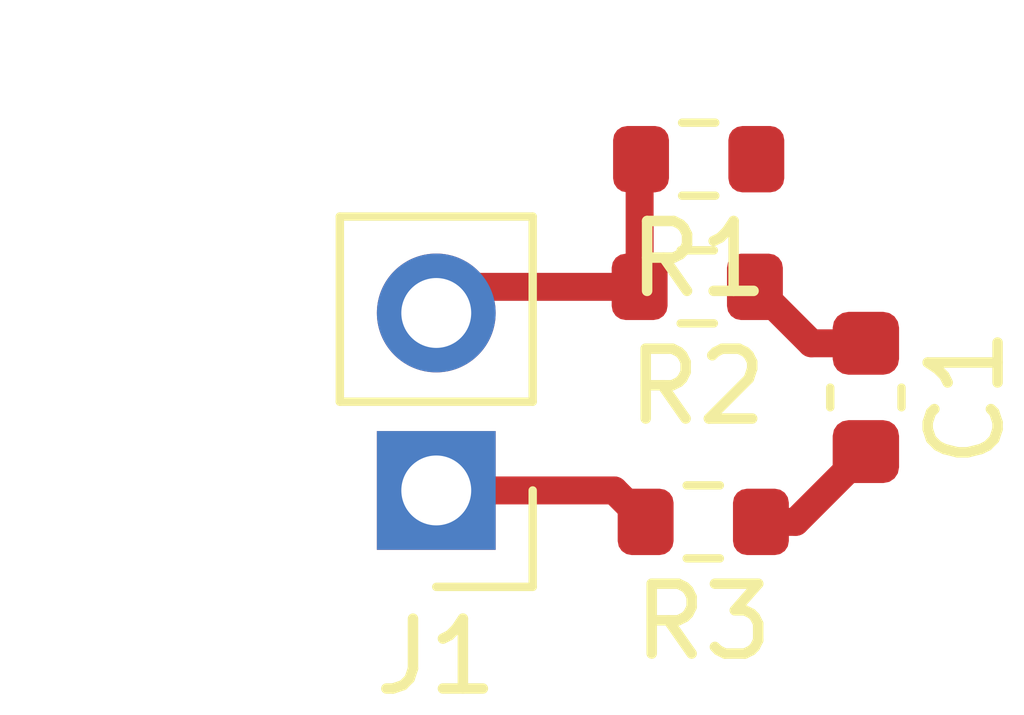
<source format=kicad_pcb>
(kicad_pcb (version 20241229) (generator "pcbnew") (generator_version "9.0")
  (layers (0 "F.Cu" signal) (2 "B.Cu" signal) (13 "F.Paste" user) (15 "B.Paste" user) (5 "F.SilkS" user "F.Silkscreen") (7 "B.SilkS" user "B.Silkscreen") (1 "F.Mask" user) (3 "B.Mask" user) (25 "Edge.Cuts" user))
  (net 0 "")
  (net 1 "GND")
  (net 2 "A2 (34)")
  (net 3 "Net-(J1-Pin_1)")
  (net 4 "Net-(J1-Pin_2)")
  (net 5 "AREF")
  (footprint "Resistor_SMD:R_0603_1608Metric" (layer "F.Cu") (at 231.094109 69.4649 180)
    (property "Reference" "R3" (at 0 -1.43 0) (layer "F.SilkS"))
    (property "Value" "1K")
    (fp_line (start -0.237258 0.5225) (end 0.237258 0.5225) (stroke (width 0.12)) (layer "F.SilkS"))
    (fp_line (start -0.237258 -0.5225) (end 0.237258 -0.5225) (stroke (width 0.12)) (layer "F.SilkS"))
    (pad "1" smd roundrect (at -0.825 0 180) (size 0.8 0.95) (layers "F.Cu" "F.Mask" "F.Paste") (net 1 "GND"))
    (pad "2" smd roundrect (at 0.825 0 180) (size 0.8 0.95) (layers "F.Cu" "F.Mask" "F.Paste") (net 3 "Net-(J1-Pin_1)"))
  )
  (footprint "Resistor_SMD:R_0603_1608Metric" (layer "F.Cu") (at 231.008297 66.100983 180)
    (property "Reference" "R2" (at 0 -1.43 0) (layer "F.SilkS"))
    (property "Value" "1K")
    (fp_line (start -0.237258 0.5225) (end 0.237258 0.5225) (stroke (width 0.12)) (layer "F.SilkS"))
    (fp_line (start -0.237258 -0.5225) (end 0.237258 -0.5225) (stroke (width 0.12)) (layer "F.SilkS"))
    (pad "1" smd roundrect (at -0.825 0 180) (size 0.8 0.95) (layers "F.Cu" "F.Mask" "F.Paste") (net 2 "A2 (34)"))
    (pad "2" smd roundrect (at 0.825 0 180) (size 0.8 0.95) (layers "F.Cu" "F.Mask" "F.Paste") (net 4 "Net-(J1-Pin_2)"))
  )
  (footprint "Capacitor_SMD:C_0603_1608Metric" (layer "F.Cu") (at 233.4213 67.683947 -90)
    (property "Reference" "C1" (at 0 -1.43 90) (layer "F.SilkS"))
    (property "Value" "0.1uF")
    (fp_line (start -0.140581 0.51) (end 0.140581 0.51) (stroke (width 0.12)) (layer "F.SilkS"))
    (fp_line (start -0.140581 -0.51) (end 0.140581 -0.51) (stroke (width 0.12)) (layer "F.SilkS"))
    (pad "1" smd roundrect (at -0.775 0 270) (size 0.9 0.95) (layers "F.Cu" "F.Mask" "F.Paste") (net 2 "A2 (34)"))
    (pad "2" smd roundrect (at 0.775 0 270) (size 0.9 0.95) (layers "F.Cu" "F.Mask" "F.Paste") (net 1 "GND"))
  )
  (footprint "Connector_PinHeader_2.54mm:PinHeader_1x02_P2.54mm_Vertical" (layer "F.Cu") (at 227.272699 69.014903 180)
    (property "Reference" "J1" (at 0 -2.38 0) (layer "F.SilkS"))
    (property "Value" "Conn_01x02_Pin")
    (fp_line (start 1.38 1.27) (end 1.38 3.92) (stroke (width 0.12)) (layer "F.SilkS"))
    (fp_line (start -1.379999 0) (end -1.38 -1.38) (stroke (width 0.12)) (layer "F.SilkS"))
    (fp_line (start -1.38 3.92) (end 1.38 3.92) (stroke (width 0.12)) (layer "F.SilkS"))
    (fp_line (start -1.38 1.27) (end 1.38 1.27) (stroke (width 0.12)) (layer "F.SilkS"))
    (fp_line (start -1.38 1.27) (end -1.38 3.92) (stroke (width 0.12)) (layer "F.SilkS"))
    (fp_line (start -1.38 -1.38) (end 0 -1.379999) (stroke (width 0.12)) (layer "F.SilkS"))
    (pad "1" thru_hole rect (at 0 0 180) (size 1.7 1.7) (drill 1) (layers "*.Cu" "*.Mask") (net 3 "Net-(J1-Pin_1)"))
    (pad "2" thru_hole circle (at 0 2.54 180) (size 1.7 1.7) (drill 1) (layers "*.Cu" "*.Mask") (net 4 "Net-(J1-Pin_2)"))
  )
  (footprint "Resistor_SMD:R_0603_1608Metric" (layer "F.Cu") (at 231.028362 64.273879 180)
    (property "Reference" "R1" (at 0 -1.43 0) (layer "F.SilkS"))
    (property "Value" "1M")
    (fp_line (start -0.237258 0.5225) (end 0.237258 0.5225) (stroke (width 0.12)) (layer "F.SilkS"))
    (fp_line (start -0.237258 -0.5225) (end 0.237258 -0.5225) (stroke (width 0.12)) (layer "F.SilkS"))
    (pad "1" smd roundrect (at -0.825 0 180) (size 0.8 0.95) (layers "F.Cu" "F.Mask" "F.Paste") (net 5 "AREF"))
    (pad "2" smd roundrect (at 0.825 0 180) (size 0.8 0.95) (layers "F.Cu" "F.Mask" "F.Paste") (net 4 "Net-(J1-Pin_2)"))
  )
  (segment (start 231.919109 69.4649) (end 232.415348 69.4649) (width 0.4) (layer "F.Cu") (net 1))
  (segment (start 232.415348 69.4649) (end 233.4213 68.458948) (width 0.4) (layer "F.Cu") (net 1))
  (segment (start 233.4213 66.908947) (end 232.641261 66.908947) (width 0.4) (layer "F.Cu") (net 2))
  (segment (start 232.641261 66.908947) (end 231.833298 66.100983) (width 0.4) (layer "F.Cu") (net 2))
  (segment (start 229.819112 69.014903) (end 230.269108 69.4649) (width 0.4) (layer "F.Cu") (net 3))
  (segment (start 227.272699 69.014903) (end 229.819112 69.014903) (width 0.4) (layer "F.Cu") (net 3))
  (segment (start 230.183297 64.293944) (end 230.203362 64.273879) (width 0.4) (layer "F.Cu") (net 4))
  (segment (start 227.646619 66.100983) (end 227.272699 66.474903) (width 0.4) (layer "F.Cu") (net 4))
  (segment (start 230.183297 66.100983) (end 227.646619 66.100983) (width 0.4) (layer "F.Cu") (net 4))
  (segment (start 230.183297 66.100983) (end 230.183297 64.293944) (width 0.4) (layer "F.Cu") (net 4))
)
</source>
